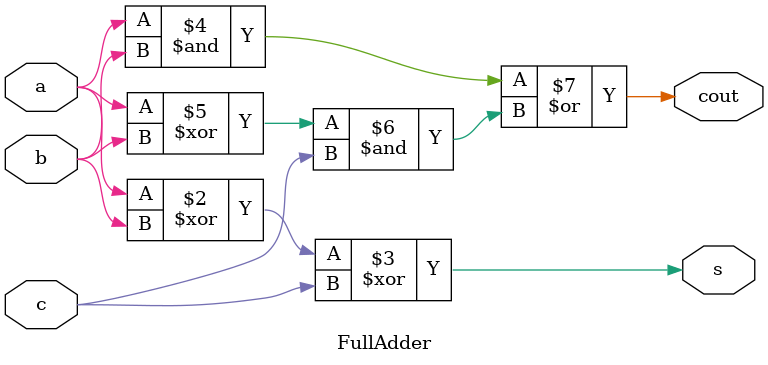
<source format=v>
`timescale 1ns / 1ps

module FullAdder (input a, b,
                  input c,
                  output reg s,
                  output reg cout);

    always @ (*) begin
        s = a ^ b ^ c;
        cout = (a & b) | ((a ^ b) & c);
    end

endmodule

</source>
